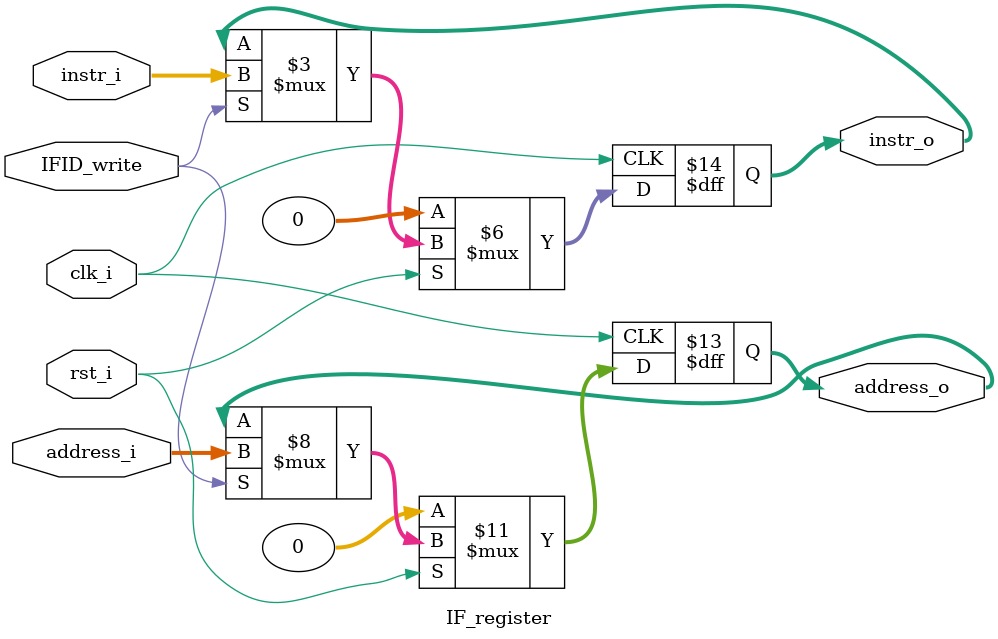
<source format=v>
module IF_register (clk_i, rst_i,IFID_write,address_i, instr_i, address_o, instr_o);

	input clk_i ;
	input rst_i;
	input IFID_write;
	input [31:0] address_i;
	input [31:0] instr_i;
	output reg [31:0] address_o;
	output reg [31:0] instr_o;

	always@(posedge clk_i)
	begin
		if (!rst_i)
		begin
			address_o <= 0;
			instr_o <= 0;
		end
		else if(IFID_write)begin
				address_o <= address_i;
				instr_o <= instr_i;
		end
	end

endmodule

</source>
